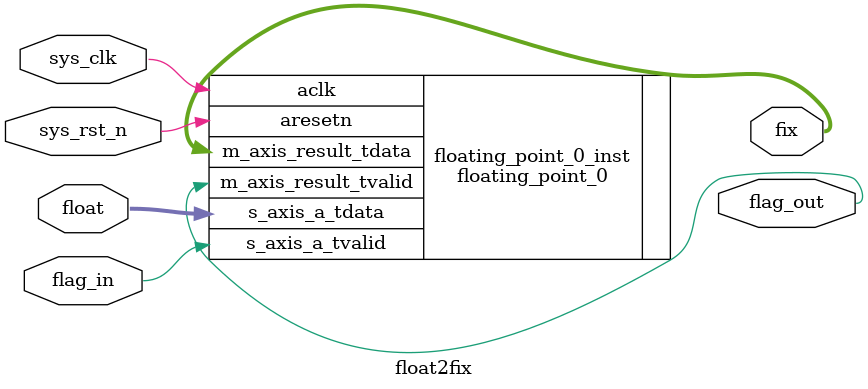
<source format=v>
`timescale 100ps/100ps
module float2fix (
    input  wire        sys_clk,
    input  wire        sys_rst_n,
    input  wire [31:0] float,
    input  wire        flag_in,

    output wire        flag_out,
    output wire [15:0] fix
);

floating_point_0 floating_point_0_inst (
  .aclk(sys_clk),                                                             
  .aresetn(sys_rst_n),                           
  .s_axis_a_tvalid(flag_in),         
  .s_axis_a_tdata(float),             
  .m_axis_result_tvalid(flag_out), 
  .m_axis_result_tdata(fix)    
);
    
endmodule
</source>
